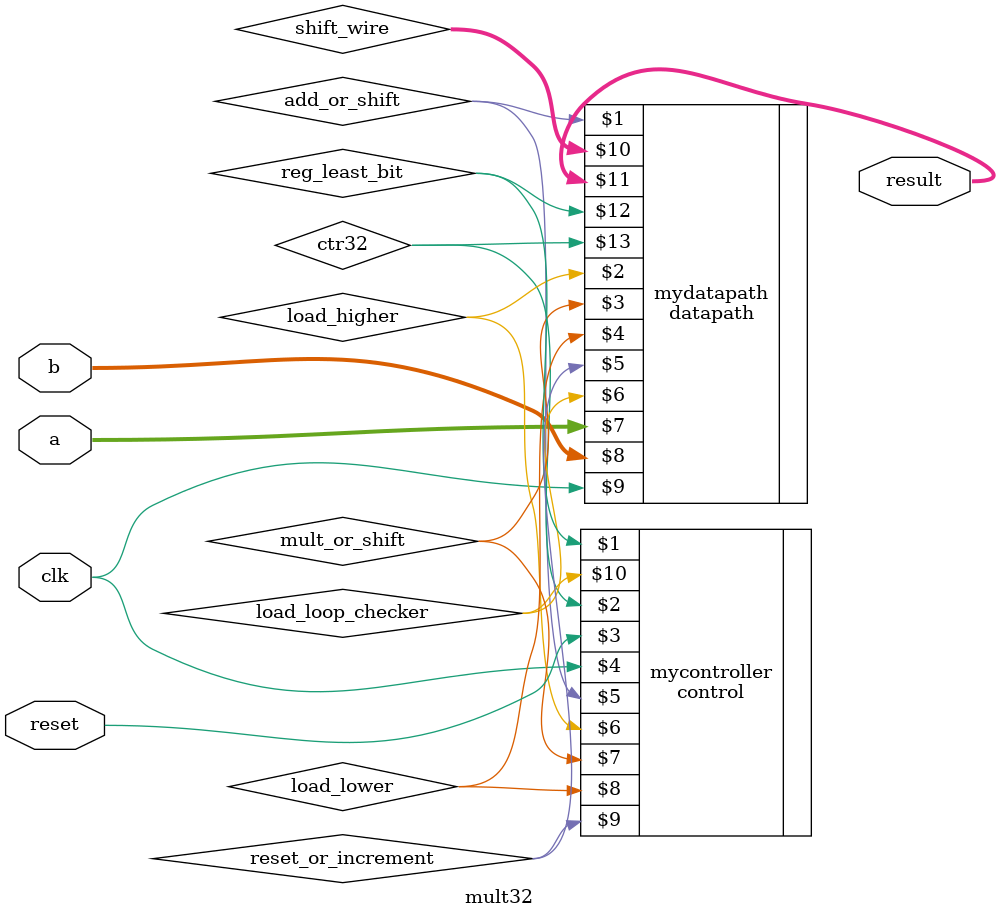
<source format=v>
module mult32 (input [31:0] a, input [31:0] b, input reset, input clk, output [63:0] result);
	// Wires
	wire add_or_shift;
	wire load_higher;
	wire mult_or_shift;
	wire load_lower; 
	wire reset_or_increment;
	wire load_loop_checker;
	wire reg_least_bit;
	wire ctr32;
	wire [63:0] shift_wire;

	control mycontroller (reg_least_bit, ctr32, reset, clk, add_or_shift, load_higher, mult_or_shift,
								load_lower, reset_or_increment, load_loop_checker);
	datapath mydatapath (add_or_shift, load_higher, mult_or_shift, load_lower, reset_or_increment, load_loop_checker,
								a, b, clk, shift_wire, result, reg_least_bit, ctr32);

endmodule

</source>
